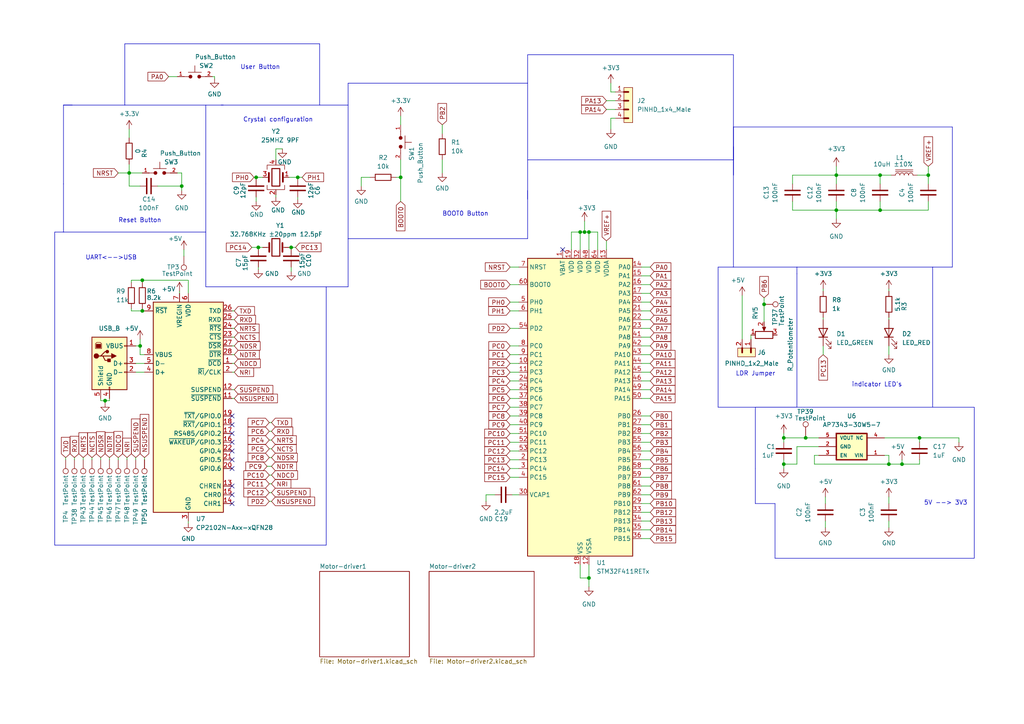
<source format=kicad_sch>
(kicad_sch (version 20230121) (generator eeschema)
  (paper "A4")
  (title_block (title "Doodle Drive") (rev "1.0"))
  (junction (at 242.57 60.96))
  (junction (at 227.33 127))
  (junction (at 168.275 67.31))
  (junction (at 74.295 51.435))
  (junction (at 242.57 50.8))
  (junction (at 255.27 50.8))
  (junction (at 227.33 134.62))
  (junction (at 40.64 100.33))
  (junction (at 233.68 127))
  (junction (at 41.275 81.28))
  (junction (at 41.275 90.17))
  (junction (at 269.24 50.8))
  (junction (at 52.705 53.975))
  (junction (at 170.815 167.64))
  (junction (at 86.36 51.435))
  (junction (at 116.205 51.435))
  (junction (at 30.48 116.205))
  (junction (at 257.81 134.62))
  (junction (at 74.93 71.755))
  (junction (at 170.815 67.31))
  (junction (at 221.615 88.265))
  (junction (at 255.27 60.96))
  (junction (at 84.455 71.755))
  (junction (at 37.465 50.165))
  (junction (at 266.7 127))
  (junction (at 169.545 67.31))
  (junction (at 261.62 134.62))
  (no_connect (at 67.31 135.89))
  (no_connect (at 67.31 125.73))
  (no_connect (at 67.31 146.05))
  (no_connect (at 67.31 123.19))
  (no_connect (at 67.31 130.81))
  (no_connect (at 67.31 140.97))
  (no_connect (at 67.31 133.35))
  (no_connect (at 67.31 143.51))
  (no_connect (at 67.31 128.27))
  (no_connect (at 67.31 120.65))
  (no_connect (at 163.195 72.39))
  (wire (pts (xy 147.955 113.03) (xy 150.495 113.03)))
  (wire (pts (xy 147.955 110.49) (xy 150.495 110.49)))
  (wire (pts (xy 186.055 115.57) (xy 188.595 115.57)))
  (wire (pts (xy 217.805 98.425) (xy 217.805 97.155)))
  (wire (pts (xy 186.055 102.87) (xy 188.595 102.87)))
  (wire (pts (xy 257.81 134.62) (xy 261.62 134.62)))
  (wire (pts (xy 186.055 97.79) (xy 188.595 97.79)))
  (polyline (pts (xy 94.615 83.185) (xy 94.615 158.115)))
  (wire (pts (xy 221.615 88.265) (xy 221.615 93.345)))
  (wire (pts (xy 242.57 63.5) (xy 242.57 60.96)))
  (wire (pts (xy 186.055 87.63) (xy 188.595 87.63)))
  (wire (pts (xy 147.955 120.65) (xy 150.495 120.65)))
  (wire (pts (xy 239.395 151.13) (xy 239.395 153.035)))
  (wire (pts (xy 67.945 102.87) (xy 67.31 102.87)))
  (wire (pts (xy 257.81 151.13) (xy 257.81 153.035)))
  (wire (pts (xy 78.105 125.095) (xy 78.74 125.095)))
  (wire (pts (xy 238.76 83.82) (xy 238.76 84.455)))
  (wire (pts (xy 37.465 50.165) (xy 41.275 50.165)))
  (wire (pts (xy 177.165 26.67) (xy 177.165 24.13)))
  (wire (pts (xy 41.275 81.28) (xy 54.61 81.28)))
  (wire (pts (xy 233.68 127) (xy 237.49 127)))
  (wire (pts (xy 256.54 132.08) (xy 257.81 132.08)))
  (wire (pts (xy 231.14 134.62) (xy 231.14 129.54)))
  (polyline (pts (xy 36.195 12.7) (xy 92.71 12.7)))
  (wire (pts (xy 74.93 72.39) (xy 74.93 71.755)))
  (wire (pts (xy 186.055 95.25) (xy 188.595 95.25)))
  (wire (pts (xy 186.055 113.03) (xy 188.595 113.03)))
  (wire (pts (xy 52.705 53.975) (xy 52.705 55.245)))
  (polyline (pts (xy 224.79 146.05) (xy 224.79 161.925)))
  (polyline (pts (xy 59.69 67.31) (xy 59.69 83.185)))
  (wire (pts (xy 78.105 132.715) (xy 78.74 132.715)))
  (polyline (pts (xy 100.965 83.185) (xy 100.965 69.215)))
  (wire (pts (xy 227.33 128.27) (xy 227.33 127)))
  (wire (pts (xy 186.055 107.95) (xy 188.595 107.95)))
  (wire (pts (xy 52.07 84.455) (xy 52.07 85.09)))
  (wire (pts (xy 67.945 90.17) (xy 67.31 90.17)))
  (wire (pts (xy 84.455 77.47) (xy 84.455 78.74)))
  (wire (pts (xy 173.355 67.31) (xy 173.355 72.39)))
  (wire (pts (xy 62.23 22.225) (xy 61.595 22.225)))
  (wire (pts (xy 77.47 135.255) (xy 78.74 135.255)))
  (wire (pts (xy 147.955 133.35) (xy 150.495 133.35)))
  (polyline (pts (xy 231.14 79.375) (xy 231.14 77.47)))
  (wire (pts (xy 36.83 133.35) (xy 36.83 132.715)))
  (wire (pts (xy 29.21 116.205) (xy 30.48 116.205)))
  (wire (pts (xy 114.935 51.435) (xy 116.205 51.435)))
  (wire (pts (xy 78.105 130.175) (xy 78.74 130.175)))
  (wire (pts (xy 37.465 40.005) (xy 37.465 37.465)))
  (polyline (pts (xy 219.075 135.89) (xy 219.075 146.05)))
  (wire (pts (xy 227.33 127) (xy 233.68 127)))
  (wire (pts (xy 255.27 50.8) (xy 258.445 50.8)))
  (wire (pts (xy 39.37 100.33) (xy 40.64 100.33)))
  (wire (pts (xy 236.22 134.62) (xy 257.81 134.62)))
  (wire (pts (xy 78.105 145.415) (xy 78.74 145.415)))
  (wire (pts (xy 31.75 116.205) (xy 31.75 115.57)))
  (wire (pts (xy 188.595 120.65) (xy 186.055 120.65)))
  (wire (pts (xy 170.815 167.64) (xy 170.815 170.18)))
  (wire (pts (xy 188.595 148.59) (xy 186.055 148.59)))
  (wire (pts (xy 51.435 50.165) (xy 52.705 50.165)))
  (wire (pts (xy 278.13 127) (xy 266.7 127)))
  (wire (pts (xy 188.595 133.35) (xy 186.055 133.35)))
  (polyline (pts (xy 212.725 46.355) (xy 212.725 42.545)))
  (wire (pts (xy 147.955 82.55) (xy 150.495 82.55)))
  (polyline (pts (xy 18.415 53.34) (xy 18.415 67.31)))
  (wire (pts (xy 147.955 118.11) (xy 150.495 118.11)))
  (polyline (pts (xy 59.69 53.34) (xy 59.69 30.48)))
  (wire (pts (xy 186.055 105.41) (xy 188.595 105.41)))
  (wire (pts (xy 67.945 105.41) (xy 67.31 105.41)))
  (polyline (pts (xy 219.075 146.05) (xy 224.79 146.05)))
  (wire (pts (xy 147.955 87.63) (xy 150.495 87.63)))
  (wire (pts (xy 86.36 57.15) (xy 86.36 57.785)))
  (polyline (pts (xy 18.415 53.34) (xy 18.415 30.48)))
  (polyline (pts (xy 18.415 30.48) (xy 20.955 30.48)))
  (polyline (pts (xy 231.14 118.11) (xy 208.28 118.11)))
  (wire (pts (xy 229.87 50.8) (xy 229.87 53.34)))
  (wire (pts (xy 242.57 58.42) (xy 242.57 60.96)))
  (wire (pts (xy 86.36 52.07) (xy 86.36 51.435)))
  (wire (pts (xy 41.91 133.35) (xy 41.91 132.715)))
  (wire (pts (xy 40.64 98.425) (xy 40.64 100.33)))
  (polyline (pts (xy 212.725 77.47) (xy 212.725 36.83)))
  (wire (pts (xy 168.275 167.64) (xy 170.815 167.64)))
  (wire (pts (xy 54.61 151.765) (xy 54.61 151.13)))
  (wire (pts (xy 147.955 130.81) (xy 150.495 130.81)))
  (wire (pts (xy 186.055 110.49) (xy 188.595 110.49)))
  (wire (pts (xy 31.75 133.35) (xy 31.75 132.715)))
  (wire (pts (xy 38.1 81.28) (xy 41.275 81.28)))
  (wire (pts (xy 178.435 34.29) (xy 177.165 34.29)))
  (wire (pts (xy 188.595 156.21) (xy 186.055 156.21)))
  (wire (pts (xy 186.055 82.55) (xy 188.595 82.55)))
  (polyline (pts (xy 36.195 30.48) (xy 18.415 30.48)))
  (wire (pts (xy 227.33 134.62) (xy 227.33 135.89)))
  (wire (pts (xy 147.955 100.33) (xy 150.495 100.33)))
  (wire (pts (xy 257.81 83.82) (xy 257.81 84.455)))
  (wire (pts (xy 78.105 122.555) (xy 78.74 122.555)))
  (wire (pts (xy 140.97 143.51) (xy 140.97 145.415)))
  (wire (pts (xy 84.455 71.755) (xy 83.82 71.755)))
  (wire (pts (xy 116.205 46.355) (xy 116.205 51.435)))
  (polyline (pts (xy 276.225 77.47) (xy 270.51 77.47)))
  (polyline (pts (xy 153.035 24.13) (xy 153.035 15.875)))
  (wire (pts (xy 177.165 34.29) (xy 177.165 37.465)))
  (wire (pts (xy 26.67 133.35) (xy 26.67 132.715)))
  (wire (pts (xy 188.595 130.81) (xy 186.055 130.81)))
  (wire (pts (xy 147.955 115.57) (xy 150.495 115.57)))
  (wire (pts (xy 266.065 50.8) (xy 269.24 50.8)))
  (wire (pts (xy 175.895 69.85) (xy 175.895 72.39)))
  (wire (pts (xy 52.705 53.975) (xy 52.705 50.165)))
  (wire (pts (xy 39.37 133.35) (xy 39.37 132.715)))
  (wire (pts (xy 257.81 92.075) (xy 257.81 92.71)))
  (polyline (pts (xy 153.035 46.355) (xy 212.725 46.355)))
  (wire (pts (xy 76.2 71.755) (xy 74.93 71.755)))
  (wire (pts (xy 78.105 137.795) (xy 78.74 137.795)))
  (wire (pts (xy 38.1 81.915) (xy 38.1 81.28)))
  (wire (pts (xy 215.265 98.425) (xy 215.265 85.725)))
  (polyline (pts (xy 15.875 67.31) (xy 18.415 67.31)))
  (polyline (pts (xy 219.075 118.11) (xy 282.575 118.11)))
  (wire (pts (xy 147.955 138.43) (xy 150.495 138.43)))
  (wire (pts (xy 269.24 60.96) (xy 269.24 58.42)))
  (wire (pts (xy 227.33 133.35) (xy 227.33 134.62)))
  (wire (pts (xy 261.62 133.35) (xy 261.62 134.62)))
  (wire (pts (xy 41.275 81.915) (xy 41.275 81.28)))
  (wire (pts (xy 165.735 67.31) (xy 168.275 67.31)))
  (wire (pts (xy 37.465 50.165) (xy 37.465 53.975)))
  (wire (pts (xy 74.295 51.435) (xy 76.2 51.435)))
  (wire (pts (xy 128.27 36.195) (xy 128.27 38.735)))
  (polyline (pts (xy 92.71 12.7) (xy 92.71 30.48)))
  (polyline (pts (xy 153.035 15.875) (xy 212.725 15.875)))
  (wire (pts (xy 147.955 128.27) (xy 150.495 128.27)))
  (polyline (pts (xy 94.615 158.115) (xy 15.875 158.115)))
  (wire (pts (xy 169.545 67.31) (xy 170.815 67.31)))
  (wire (pts (xy 74.295 51.435) (xy 74.295 52.07)))
  (wire (pts (xy 29.21 116.205) (xy 29.21 115.57)))
  (wire (pts (xy 34.29 133.35) (xy 34.29 132.715)))
  (wire (pts (xy 116.205 51.435) (xy 116.205 58.42)))
  (polyline (pts (xy 212.725 15.875) (xy 212.725 50.8)))
  (polyline (pts (xy 100.965 69.215) (xy 153.035 69.215)))
  (wire (pts (xy 87.63 51.435) (xy 86.36 51.435)))
  (wire (pts (xy 147.955 105.41) (xy 150.495 105.41)))
  (wire (pts (xy 229.87 58.42) (xy 229.87 60.96)))
  (polyline (pts (xy 276.225 36.83) (xy 276.225 77.47)))
  (wire (pts (xy 38.1 89.535) (xy 38.1 90.17)))
  (wire (pts (xy 188.595 128.27) (xy 186.055 128.27)))
  (wire (pts (xy 80.01 43.18) (xy 81.915 43.18)))
  (wire (pts (xy 237.49 132.08) (xy 236.22 132.08)))
  (polyline (pts (xy 212.725 36.83) (xy 276.225 36.83)))
  (wire (pts (xy 78.105 127.635) (xy 78.74 127.635)))
  (wire (pts (xy 169.545 64.135) (xy 169.545 67.31)))
  (wire (pts (xy 39.37 105.41) (xy 41.91 105.41)))
  (wire (pts (xy 227.33 125.73) (xy 227.33 127)))
  (wire (pts (xy 188.595 138.43) (xy 186.055 138.43)))
  (wire (pts (xy 255.27 58.42) (xy 255.27 60.96)))
  (wire (pts (xy 238.76 100.33) (xy 238.76 102.87)))
  (polyline (pts (xy 231.14 77.47) (xy 270.51 77.47)))
  (wire (pts (xy 229.87 60.96) (xy 242.57 60.96)))
  (wire (pts (xy 233.68 126.365) (xy 233.68 127)))
  (polyline (pts (xy 153.035 69.215) (xy 153.035 55.245)))
  (polyline (pts (xy 59.69 83.185) (xy 100.965 83.185)))
  (wire (pts (xy 261.62 134.62) (xy 266.7 134.62)))
  (wire (pts (xy 40.64 102.87) (xy 40.64 100.33)))
  (wire (pts (xy 147.955 77.47) (xy 150.495 77.47)))
  (wire (pts (xy 266.7 127) (xy 266.7 128.27)))
  (polyline (pts (xy 282.575 118.11) (xy 282.575 161.925)))
  (wire (pts (xy 78.105 140.335) (xy 78.74 140.335)))
  (wire (pts (xy 178.435 26.67) (xy 177.165 26.67)))
  (polyline (pts (xy 231.14 79.375) (xy 231.14 118.11)))
  (polyline (pts (xy 208.28 118.11) (xy 208.28 77.47)))
  (polyline (pts (xy 15.875 158.115) (xy 15.875 67.31)))
  (wire (pts (xy 147.955 102.87) (xy 150.495 102.87)))
  (wire (pts (xy 62.23 22.86) (xy 62.23 22.225)))
  (wire (pts (xy 186.055 100.33) (xy 188.595 100.33)))
  (wire (pts (xy 67.945 97.79) (xy 67.31 97.79)))
  (wire (pts (xy 67.945 95.25) (xy 67.31 95.25)))
  (polyline (pts (xy 59.69 67.31) (xy 59.69 53.34)))
  (wire (pts (xy 175.895 29.21) (xy 178.435 29.21)))
  (wire (pts (xy 41.91 102.87) (xy 40.64 102.87)))
  (wire (pts (xy 74.93 71.755) (xy 73.025 71.755)))
  (wire (pts (xy 188.595 123.19) (xy 186.055 123.19)))
  (wire (pts (xy 147.955 125.73) (xy 150.495 125.73)))
  (wire (pts (xy 269.24 50.8) (xy 269.24 53.34)))
  (wire (pts (xy 37.465 53.975) (xy 40.64 53.975)))
  (wire (pts (xy 147.955 107.95) (xy 150.495 107.95)))
  (wire (pts (xy 188.595 146.05) (xy 186.055 146.05)))
  (wire (pts (xy 31.75 116.205) (xy 30.48 116.205)))
  (wire (pts (xy 170.815 67.31) (xy 173.355 67.31)))
  (wire (pts (xy 278.13 128.27) (xy 278.13 127)))
  (wire (pts (xy 128.27 50.165) (xy 128.27 46.355)))
  (wire (pts (xy 170.815 67.31) (xy 170.815 72.39)))
  (wire (pts (xy 242.57 50.8) (xy 255.27 50.8)))
  (wire (pts (xy 186.055 77.47) (xy 188.595 77.47)))
  (wire (pts (xy 24.13 133.35) (xy 24.13 132.715)))
  (wire (pts (xy 29.21 133.35) (xy 29.21 132.715)))
  (wire (pts (xy 78.105 142.875) (xy 78.74 142.875)))
  (wire (pts (xy 107.315 51.435) (xy 104.775 51.435)))
  (polyline (pts (xy 100.965 30.48) (xy 36.195 30.48)))
  (wire (pts (xy 188.595 153.67) (xy 186.055 153.67)))
  (wire (pts (xy 242.57 48.26) (xy 242.57 50.8)))
  (polyline (pts (xy 224.79 161.925) (xy 282.575 161.925)))
  (wire (pts (xy 257.81 100.33) (xy 257.81 102.87)))
  (wire (pts (xy 257.81 134.62) (xy 257.81 132.08)))
  (wire (pts (xy 256.54 127) (xy 266.7 127)))
  (wire (pts (xy 53.34 74.295) (xy 53.34 72.39)))
  (polyline (pts (xy 153.035 24.13) (xy 100.965 24.13)))
  (wire (pts (xy 165.735 67.31) (xy 165.735 72.39)))
  (wire (pts (xy 41.275 90.17) (xy 41.275 89.535)))
  (wire (pts (xy 170.815 163.83) (xy 170.815 167.64)))
  (wire (pts (xy 148.59 143.51) (xy 150.495 143.51)))
  (wire (pts (xy 67.945 92.71) (xy 67.31 92.71)))
  (wire (pts (xy 266.7 134.62) (xy 266.7 133.35)))
  (polyline (pts (xy 153.035 24.13) (xy 153.035 57.785)))
  (wire (pts (xy 37.465 47.625) (xy 37.465 50.165)))
  (wire (pts (xy 168.275 67.31) (xy 169.545 67.31)))
  (wire (pts (xy 84.455 71.755) (xy 85.725 71.755)))
  (wire (pts (xy 143.51 143.51) (xy 140.97 143.51)))
  (wire (pts (xy 80.01 56.515) (xy 80.01 57.15)))
  (wire (pts (xy 67.945 100.33) (xy 67.31 100.33)))
  (wire (pts (xy 269.24 48.26) (xy 269.24 50.8)))
  (wire (pts (xy 229.87 50.8) (xy 242.57 50.8)))
  (wire (pts (xy 239.395 144.145) (xy 239.395 146.05)))
  (wire (pts (xy 255.27 50.8) (xy 255.27 53.34)))
  (polyline (pts (xy 219.075 135.89) (xy 219.075 118.11)))
  (wire (pts (xy 242.57 50.8) (xy 242.57 53.34)))
  (wire (pts (xy 186.055 92.71) (xy 188.595 92.71)))
  (polyline (pts (xy 231.14 77.47) (xy 212.725 77.47)))
  (polyline (pts (xy 36.195 30.48) (xy 36.195 12.7)))
  (wire (pts (xy 116.205 36.195) (xy 116.205 33.655)))
  (wire (pts (xy 104.775 51.435) (xy 104.775 53.975)))
  (wire (pts (xy 30.48 116.84) (xy 30.48 116.205)))
  (wire (pts (xy 67.945 107.95) (xy 67.31 107.95)))
  (wire (pts (xy 147.955 90.17) (xy 150.495 90.17)))
  (wire (pts (xy 188.595 140.97) (xy 186.055 140.97)))
  (wire (pts (xy 168.275 163.83) (xy 168.275 167.64)))
  (wire (pts (xy 21.59 133.35) (xy 21.59 132.715)))
  (wire (pts (xy 54.61 81.28) (xy 54.61 85.09)))
  (wire (pts (xy 257.81 144.145) (xy 257.81 146.05)))
  (wire (pts (xy 73.66 51.435) (xy 74.295 51.435)))
  (wire (pts (xy 34.29 50.165) (xy 37.465 50.165)))
  (wire (pts (xy 188.595 143.51) (xy 186.055 143.51)))
  (wire (pts (xy 80.01 46.355) (xy 80.01 43.18)))
  (wire (pts (xy 236.22 132.08) (xy 236.22 134.62)))
  (wire (pts (xy 188.595 125.73) (xy 186.055 125.73)))
  (wire (pts (xy 147.955 123.19) (xy 150.495 123.19)))
  (wire (pts (xy 238.76 92.075) (xy 238.76 92.71)))
  (polyline (pts (xy 64.135 30.48) (xy 64.77 30.48)))
  (wire (pts (xy 41.275 90.17) (xy 41.91 90.17)))
  (wire (pts (xy 242.57 60.96) (xy 255.27 60.96)))
  (wire (pts (xy 186.055 90.17) (xy 188.595 90.17)))
  (wire (pts (xy 74.93 77.47) (xy 74.93 78.105)))
  (wire (pts (xy 147.955 135.89) (xy 150.495 135.89)))
  (wire (pts (xy 175.895 31.75) (xy 178.435 31.75)))
  (wire (pts (xy 51.435 22.225) (xy 48.895 22.225)))
  (wire (pts (xy 188.595 151.13) (xy 186.055 151.13)))
  (wire (pts (xy 231.14 129.54) (xy 237.49 129.54)))
  (wire (pts (xy 74.295 57.15) (xy 74.295 58.42)))
  (wire (pts (xy 19.05 133.35) (xy 19.05 132.715)))
  (wire (pts (xy 86.36 51.435) (xy 83.82 51.435)))
  (wire (pts (xy 39.37 107.95) (xy 41.91 107.95)))
  (wire (pts (xy 38.1 90.17) (xy 41.275 90.17)))
  (wire (pts (xy 67.945 113.03) (xy 67.31 113.03)))
  (polyline (pts (xy 18.415 67.31) (xy 59.69 67.31)))
  (polyline (pts (xy 270.51 77.47) (xy 270.51 118.11)))
  (wire (pts (xy 255.27 60.96) (xy 269.24 60.96)))
  (polyline (pts (xy 208.28 77.47) (xy 212.725 77.47)))
  (wire (pts (xy 168.275 67.31) (xy 168.275 72.39)))
  (wire (pts (xy 221.615 88.265) (xy 221.615 86.36)))
  (wire (pts (xy 188.595 135.89) (xy 186.055 135.89)))
  (wire (pts (xy 227.33 134.62) (xy 231.14 134.62)))
  (wire (pts (xy 147.955 95.25) (xy 150.495 95.25)))
  (wire (pts (xy 45.72 53.975) (xy 52.705 53.975)))
  (wire (pts (xy 67.945 115.57) (xy 67.31 115.57)))
  (wire (pts (xy 186.055 85.09) (xy 188.595 85.09)))
  (wire (pts (xy 84.455 72.39) (xy 84.455 71.755)))
  (polyline (pts (xy 100.965 24.13) (xy 100.965 69.215)))
  (wire (pts (xy 186.055 80.01) (xy 188.595 80.01)))
  (text "Crystal configuration" (at 70.485 35.56 0) (effects (font (size 1.27 1.27)) (justify left bottom)))
  (text "BOOT0 Button" (at 128.27 62.865 0) (effects (font (size 1.27 1.27)) (justify left bottom)))
  (text "Reset Button" (at 34.29 64.77 0) (effects (font (size 1.27 1.27)) (justify left bottom)))
  (text "UART<-->USB" (at 24.765 75.565 0) (effects (font (size 1.27 1.27)) (justify left bottom)))
  (text "indicator LED's" (at 247.015 112.395 0) (effects (font (size 1.27 1.27)) (justify left bottom)))
  (text "LDR Jumper" (at 213.36 109.22 0) (effects (font (size 1.27 1.27)) (justify left bottom)))
  (text "User Button" (at 81.28 20.32 0) (effects (font (size 1.27 1.27)) (justify right bottom)))
  (text "5V --> 3V3" (at 267.97 146.685 0) (effects (font (size 1.27 1.27)) (justify left bottom)))
  (global_label "RXD" (shape input) (at 78.74 125.095 0) (property "Intersheetrefs" "${INTERSHEET_REFS}" (effects hide)))
  (global_label "PA15" (shape input) (at 188.595 115.57 0) (property "Intersheetrefs" "${INTERSHEET_REFS}" (effects hide)))
  (global_label "NRST" (shape input) (at 34.29 50.165 180) (property "Intersheetrefs" "${INTERSHEET_REFS}" (effects hide)))
  (global_label "PA14" (shape input) (at 175.895 31.75 180) (property "Intersheetrefs" "${INTERSHEET_REFS}" (effects hide)))
  (global_label "PB13" (shape input) (at 188.595 151.13 0) (property "Intersheetrefs" "${INTERSHEET_REFS}" (effects hide)))
  (global_label "PA6" (shape input) (at 188.595 92.71 0) (property "Intersheetrefs" "${INTERSHEET_REFS}" (effects hide)))
  (global_label "NRI" (shape input) (at 67.945 107.95 0) (property "Intersheetrefs" "${INTERSHEET_REFS}" (effects hide)))
  (global_label "PA4" (shape input) (at 188.595 87.63 0) (property "Intersheetrefs" "${INTERSHEET_REFS}" (effects hide)))
  (global_label "NDSR" (shape input) (at 78.74 132.715 0) (property "Intersheetrefs" "${INTERSHEET_REFS}" (effects hide)))
  (global_label "PC13" (shape input) (at 85.725 71.755 0) (property "Intersheetrefs" "${INTERSHEET_REFS}" (effects hide)))
  (global_label "PH1" (shape input) (at 87.63 51.435 0) (property "Intersheetrefs" "${INTERSHEET_REFS}" (effects hide)))
  (global_label "PC11" (shape input) (at 78.105 140.335 180) (property "Intersheetrefs" "${INTERSHEET_REFS}" (effects hide)))
  (global_label "PA2" (shape input) (at 188.595 82.55 0) (property "Intersheetrefs" "${INTERSHEET_REFS}" (effects hide)))
  (global_label "PC12" (shape input) (at 147.955 130.81 180) (property "Intersheetrefs" "${INTERSHEET_REFS}" (effects hide)))
  (global_label "VREF+" (shape input) (at 269.24 48.26 90) (property "Intersheetrefs" "${INTERSHEET_REFS}" (effects hide)))
  (global_label "NSUSPEND" (shape input) (at 78.74 145.415 0) (property "Intersheetrefs" "${INTERSHEET_REFS}" (effects hide)))
  (global_label "NDTR" (shape input) (at 31.75 132.715 90) (property "Intersheetrefs" "${INTERSHEET_REFS}" (effects hide)))
  (global_label "RXD" (shape input) (at 67.945 92.71 0) (property "Intersheetrefs" "${INTERSHEET_REFS}" (effects hide)))
  (global_label "PC9" (shape input) (at 147.955 123.19 180) (property "Intersheetrefs" "${INTERSHEET_REFS}" (effects hide)))
  (global_label "PD2" (shape input) (at 147.955 95.25 180) (property "Intersheetrefs" "${INTERSHEET_REFS}" (effects hide)))
  (global_label "PC4" (shape input) (at 78.105 127.635 180) (property "Intersheetrefs" "${INTERSHEET_REFS}" (effects hide)))
  (global_label "PB3" (shape input) (at 188.595 128.27 0) (property "Intersheetrefs" "${INTERSHEET_REFS}" (effects hide)))
  (global_label "PC3" (shape input) (at 147.955 107.95 180) (property "Intersheetrefs" "${INTERSHEET_REFS}" (effects hide)))
  (global_label "PC8" (shape input) (at 147.955 120.65 180) (property "Intersheetrefs" "${INTERSHEET_REFS}" (effects hide)))
  (global_label "PB1" (shape input) (at 188.595 123.19 0) (property "Intersheetrefs" "${INTERSHEET_REFS}" (effects hide)))
  (global_label "PH0" (shape input) (at 73.66 51.435 180) (property "Intersheetrefs" "${INTERSHEET_REFS}" (effects hide)))
  (global_label "PC2" (shape input) (at 147.955 105.41 180) (property "Intersheetrefs" "${INTERSHEET_REFS}" (effects hide)))
  (global_label "TXD" (shape input) (at 19.05 132.715 90) (property "Intersheetrefs" "${INTERSHEET_REFS}" (effects hide)))
  (global_label "PC10" (shape input) (at 78.105 137.795 180) (property "Intersheetrefs" "${INTERSHEET_REFS}" (effects hide)))
  (global_label "RXD" (shape input) (at 21.59 132.715 90) (property "Intersheetrefs" "${INTERSHEET_REFS}" (effects hide)))
  (global_label "PC14" (shape input) (at 147.955 135.89 180) (property "Intersheetrefs" "${INTERSHEET_REFS}" (effects hide)))
  (global_label "PB12" (shape input) (at 188.595 148.59 0) (property "Intersheetrefs" "${INTERSHEET_REFS}" (effects hide)))
  (global_label "PA14" (shape input) (at 188.595 113.03 0) (property "Intersheetrefs" "${INTERSHEET_REFS}" (effects hide)))
  (global_label "NRI" (shape input) (at 36.83 132.715 90) (property "Intersheetrefs" "${INTERSHEET_REFS}" (effects hide)))
  (global_label "PA7" (shape input) (at 188.595 95.25 0) (property "Intersheetrefs" "${INTERSHEET_REFS}" (effects hide)))
  (global_label "PC4" (shape input) (at 147.955 110.49 180) (property "Intersheetrefs" "${INTERSHEET_REFS}" (effects hide)))
  (global_label "BOOT0" (shape input) (at 116.205 58.42 270) (property "Intersheetrefs" "${INTERSHEET_REFS}" (effects hide)))
  (global_label "NDTR" (shape input) (at 78.74 135.255 0) (property "Intersheetrefs" "${INTERSHEET_REFS}" (effects hide)))
  (global_label "PA0" (shape input) (at 188.595 77.47 0) (property "Intersheetrefs" "${INTERSHEET_REFS}" (effects hide)))
  (global_label "PC7" (shape input) (at 147.955 118.11 180) (property "Intersheetrefs" "${INTERSHEET_REFS}" (effects hide)))
  (global_label "NRTS" (shape input) (at 24.13 132.715 90) (property "Intersheetrefs" "${INTERSHEET_REFS}" (effects hide)))
  (global_label "PB8" (shape input) (at 188.595 140.97 0) (property "Intersheetrefs" "${INTERSHEET_REFS}" (effects hide)))
  (global_label "PC13" (shape input) (at 147.955 133.35 180) (property "Intersheetrefs" "${INTERSHEET_REFS}" (effects hide)))
  (global_label "PB2" (shape input) (at 188.595 125.73 0) (property "Intersheetrefs" "${INTERSHEET_REFS}" (effects hide)))
  (global_label "SUSPEND" (shape input) (at 78.74 142.875 0) (property "Intersheetrefs" "${INTERSHEET_REFS}" (effects hide)))
  (global_label "NCTS" (shape input) (at 78.74 130.175 0) (property "Intersheetrefs" "${INTERSHEET_REFS}" (effects hide)))
  (global_label "PB5" (shape input) (at 188.595 133.35 0) (property "Intersheetrefs" "${INTERSHEET_REFS}" (effects hide)))
  (global_label "NRI" (shape input) (at 78.74 140.335 0) (property "Intersheetrefs" "${INTERSHEET_REFS}" (effects hide)))
  (global_label "NDSR" (shape input) (at 29.21 132.715 90) (property "Intersheetrefs" "${INTERSHEET_REFS}" (effects hide)))
  (global_label "SUSPEND" (shape input) (at 39.37 132.715 90) (property "Intersheetrefs" "${INTERSHEET_REFS}" (effects hide)))
  (global_label "NDTR" (shape input) (at 67.945 102.87 0) (property "Intersheetrefs" "${INTERSHEET_REFS}" (effects hide)))
  (global_label "PH0" (shape input) (at 147.955 87.63 180) (property "Intersheetrefs" "${INTERSHEET_REFS}" (effects hide)))
  (global_label "NDSR" (shape input) (at 67.945 100.33 0) (property "Intersheetrefs" "${INTERSHEET_REFS}" (effects hide)))
  (global_label "PC11" (shape input) (at 147.955 128.27 180) (property "Intersheetrefs" "${INTERSHEET_REFS}" (effects hide)))
  (global_label "PB6" (shape input) (at 188.595 135.89 0) (property "Intersheetrefs" "${INTERSHEET_REFS}" (effects hide)))
  (global_label "NRTS" (shape input) (at 78.74 127.635 0) (property "Intersheetrefs" "${INTERSHEET_REFS}" (effects hide)))
  (global_label "PB7" (shape input) (at 188.595 138.43 0) (property "Intersheetrefs" "${INTERSHEET_REFS}" (effects hide)))
  (global_label "VREF+" (shape input) (at 175.895 69.85 90) (property "Intersheetrefs" "${INTERSHEET_REFS}" (effects hide)))
  (global_label "NDCD" (shape input) (at 78.74 137.795 0) (property "Intersheetrefs" "${INTERSHEET_REFS}" (effects hide)))
  (global_label "PA13" (shape input) (at 175.895 29.21 180) (property "Intersheetrefs" "${INTERSHEET_REFS}" (effects hide)))
  (global_label "PA1" (shape input) (at 188.595 80.01 0) (property "Intersheetrefs" "${INTERSHEET_REFS}" (effects hide)))
  (global_label "PB0" (shape input) (at 188.595 120.65 0) (property "Intersheetrefs" "${INTERSHEET_REFS}" (effects hide)))
  (global_label "PA8" (shape input) (at 188.595 97.79 0) (property "Intersheetrefs" "${INTERSHEET_REFS}" (effects hide)))
  (global_label "NSUSPEND" (shape input) (at 67.945 115.57 0) (property "Intersheetrefs" "${INTERSHEET_REFS}" (effects hide)))
  (global_label "PC10" (shape input) (at 147.955 125.73 180) (property "Intersheetrefs" "${INTERSHEET_REFS}" (effects hide)))
  (global_label "PD2" (shape input) (at 78.105 145.415 180) (property "Intersheetrefs" "${INTERSHEET_REFS}" (effects hide)))
  (global_label "PA5" (shape input) (at 188.595 90.17 0) (property "Intersheetrefs" "${INTERSHEET_REFS}" (effects hide)))
  (global_label "PC0" (shape input) (at 147.955 100.33 180) (property "Intersheetrefs" "${INTERSHEET_REFS}" (effects hide)))
  (global_label "PB9" (shape input) (at 188.595 143.51 0) (property "Intersheetrefs" "${INTERSHEET_REFS}" (effects hide)))
  (global_label "PC9" (shape input) (at 77.47 135.255 180) (property "Intersheetrefs" "${INTERSHEET_REFS}" (effects hide)))
  (global_label "PC6" (shape input) (at 147.955 115.57 180) (property "Intersheetrefs" "${INTERSHEET_REFS}" (effects hide)))
  (global_label "PB6" (shape input) (at 221.615 86.36 90) (property "Intersheetrefs" "${INTERSHEET_REFS}" (effects hide)))
  (global_label "PC5" (shape input) (at 147.955 113.03 180) (property "Intersheetrefs" "${INTERSHEET_REFS}" (effects hide)))
  (global_label "PA9" (shape input) (at 188.595 100.33 0) (property "Intersheetrefs" "${INTERSHEET_REFS}" (effects hide)))
  (global_label "PC8" (shape input) (at 78.105 132.715 180) (property "Intersheetrefs" "${INTERSHEET_REFS}" (effects hide)))
  (global_label "PC7" (shape input) (at 78.105 122.555 180) (property "Intersheetrefs" "${INTERSHEET_REFS}" (effects hide)))
  (global_label "PB14" (shape input) (at 188.595 153.67 0) (property "Intersheetrefs" "${INTERSHEET_REFS}" (effects hide)))
  (global_label "PB2" (shape input) (at 128.27 36.195 90) (property "Intersheetrefs" "${INTERSHEET_REFS}" (effects hide)))
  (global_label "TXD" (shape input) (at 78.74 122.555 0) (property "Intersheetrefs" "${INTERSHEET_REFS}" (effects hide)))
  (global_label "NRTS" (shape input) (at 67.945 95.25 0) (property "Intersheetrefs" "${INTERSHEET_REFS}" (effects hide)))
  (global_label "NDCD" (shape input) (at 67.945 105.41 0) (property "Intersheetrefs" "${INTERSHEET_REFS}" (effects hide)))
  (global_label "PB10" (shape input) (at 188.595 146.05 0) (property "Intersheetrefs" "${INTERSHEET_REFS}" (effects hide)))
  (global_label "PC6" (shape input) (at 78.105 125.095 180) (property "Intersheetrefs" "${INTERSHEET_REFS}" (effects hide)))
  (global_label "BOOT0" (shape input) (at 147.955 82.55 180) (property "Intersheetrefs" "${INTERSHEET_REFS}" (effects hide)))
  (global_label "PA0" (shape input) (at 48.895 22.225 180) (property "Intersheetrefs" "${INTERSHEET_REFS}" (effects hide)))
  (global_label "PC12" (shape input) (at 78.105 142.875 180) (property "Intersheetrefs" "${INTERSHEET_REFS}" (effects hide)))
  (global_label "PC15" (shape input) (at 147.955 138.43 180) (property "Intersheetrefs" "${INTERSHEET_REFS}" (effects hide)))
  (global_label "PC5" (shape input) (at 78.105 130.175 180) (property "Intersheetrefs" "${INTERSHEET_REFS}" (effects hide)))
  (global_label "PB15" (shape input) (at 188.595 156.21 0) (property "Intersheetrefs" "${INTERSHEET_REFS}" (effects hide)))
  (global_label "NCTS" (shape input) (at 26.67 132.715 90) (property "Intersheetrefs" "${INTERSHEET_REFS}" (effects hide)))
  (global_label "PA3" (shape input) (at 188.595 85.09 0) (property "Intersheetrefs" "${INTERSHEET_REFS}" (effects hide)))
  (global_label "NRST" (shape input) (at 147.955 77.47 180) (property "Intersheetrefs" "${INTERSHEET_REFS}" (effects hide)))
  (global_label "NSUSPEND" (shape input) (at 41.91 132.715 90) (property "Intersheetrefs" "${INTERSHEET_REFS}" (effects hide)))
  (global_label "SUSPEND" (shape input) (at 67.945 113.03 0) (property "Intersheetrefs" "${INTERSHEET_REFS}" (effects hide)))
  (global_label "NCTS" (shape input) (at 67.945 97.79 0) (property "Intersheetrefs" "${INTERSHEET_REFS}" (effects hide)))
  (global_label "PA12" (shape input) (at 188.595 107.95 0) (property "Intersheetrefs" "${INTERSHEET_REFS}" (effects hide)))
  (global_label "PC1" (shape input) (at 147.955 102.87 180) (property "Intersheetrefs" "${INTERSHEET_REFS}" (effects hide)))
  (global_label "PC13" (shape input) (at 238.76 102.87 270) (property "Intersheetrefs" "${INTERSHEET_REFS}" (effects hide)))
  (global_label "PA10" (shape input) (at 188.595 102.87 0) (property "Intersheetrefs" "${INTERSHEET_REFS}" (effects hide)))
  (global_label "PB4" (shape input) (at 188.595 130.81 0) (property "Intersheetrefs" "${INTERSHEET_REFS}" (effects hide)))
  (global_label "PA13" (shape input) (at 188.595 110.49 0) (property "Intersheetrefs" "${INTERSHEET_REFS}" (effects hide)))
  (global_label "TXD" (shape input) (at 67.945 90.17 0) (property "Intersheetrefs" "${INTERSHEET_REFS}" (effects hide)))
  (global_label "PA11" (shape input) (at 188.595 105.41 0) (property "Intersheetrefs" "${INTERSHEET_REFS}" (effects hide)))
  (global_label "PC14" (shape input) (at 73.025 71.755 180) (property "Intersheetrefs" "${INTERSHEET_REFS}" (effects hide)))
  (global_label "NDCD" (shape input) (at 34.29 132.715 90) (property "Intersheetrefs" "${INTERSHEET_REFS}" (effects hide)))
  (global_label "PH1" (shape input) (at 147.955 90.17 180) (property "Intersheetrefs" "${INTERSHEET_REFS}" (effects hide)))
  (symbol (lib_id "PCM_SL_Devices:Capacitor_NP") (at 227.33 130.81 90) (unit 1)
    (property "Reference" "C1" (at 222.25 129.54 90) (effects (justify right)))
    (property "Value" "1uF" (at 220.98 132.08 90) (effects (justify right)))
    (property "Footprint" "Capacitor_SMD:C_0805_2012Metric" (effects hide))
  )
  (symbol (lib_id "power:GND") (at 170.815 170.18 0) (unit 1)
    (property "Reference" "#PWR026" (effects hide))
    (property "Value" "GND" (at 170.815 175.26 0))
  )
  (symbol (lib_id "power:+5V") (at 52.07 84.455 0) (unit 1)
    (property "Reference" "#PWR051" (effects hide))
    (property "Value" "+5V" (at 48.895 83.82 0))
  )
  (symbol (lib_id "Connector:TestPoint") (at 41.91 133.35 180) (unit 1)
    (property "Reference" "TP50" (at 41.91 149.86 90))
    (property "Value" "TestPoint" (at 41.91 142.24 90))
    (property "Footprint" "TestPoint:TestPoint_Pad_D2.5mm" (effects hide))
  )
  (symbol (lib_id "power:GND") (at 74.93 78.105 0) (unit 1)
    (property "Reference" "#PWR027" (effects hide))
    (property "Value" "GND" (at 76.835 79.375 0) (effects (justify left)))
  )
  (symbol (lib_id "power:GND") (at 62.23 22.86 0) (unit 1)
    (property "Reference" "#PWR023" (effects hide))
    (property "Value" "GND" (at 62.23 27.305 0))
  )
  (symbol (lib_id "PCM_SL_Devices:Capacitor_NP") (at 86.36 54.61 90) (unit 1)
    (property "Reference" "C6" (at 92.075 55.245 0))
    (property "Value" "12pF" (at 90.17 55.245 0))
    (property "Footprint" "Capacitor_SMD:C_0805_2012Metric" (effects hide))
  )
  (symbol (lib_id "Connector:TestPoint") (at 36.83 133.35 180) (unit 1)
    (property "Reference" "TP48" (at 36.83 149.225 90))
    (property "Value" "TestPoint" (at 36.83 142.24 90))
    (property "Footprint" "TestPoint:TestPoint_Pad_D2.5mm" (effects hide))
  )
  (symbol (lib_id "power:GND") (at 81.915 43.18 0) (unit 1)
    (property "Reference" "#PWR030" (effects hide))
    (property "Value" "GND" (at 82.55 46.99 0))
  )
  (symbol (lib_id "Connector:TestPoint") (at 53.34 74.295 180) (unit 1)
    (property "Reference" "TP3" (at 52.07 77.47 0) (effects (justify left)))
    (property "Value" "TestPoint" (at 55.88 79.375 0) (effects (justify left)))
    (property "Footprint" "TestPoint:TestPoint_Pad_D2.5mm" (effects hide))
  )
  (symbol (lib_id "PCM_SL_Pin_Headers:PINHD_1x4_Male") (at 182.245 30.48 0) (unit 1)
    (property "Reference" "J2" (at 184.785 29.21 0) (effects (justify left)))
    (property "Value" "PINHD_1x4_Male" (at 184.785 31.75 0) (effects (justify left)))
    (property "Footprint" "Connector_PinHeader_2.54mm:PinHeader_1x04_P2.54mm_Vertical" (effects hide))
  )
  (symbol (lib_id "Connector:TestPoint") (at 21.59 133.35 180) (unit 1)
    (property "Reference" "TP38" (at 21.59 149.86 90))
    (property "Value" "TestPoint" (at 21.59 142.24 90))
    (property "Footprint" "TestPoint:TestPoint_Pad_D2.5mm" (effects hide))
  )
  (symbol (lib_id "power:GND") (at 257.81 102.87 0) (unit 1)
    (property "Reference" "#PWR014" (effects hide))
    (property "Value" "GND" (at 257.81 107.315 0))
  )
  (symbol (lib_id "PCM_SL_Devices:Capacitor_NP") (at 74.93 74.93 90) (unit 1)
    (property "Reference" "C7" (at 69.215 76.2 0))
    (property "Value" "15pF" (at 71.12 76.2 0))
    (property "Footprint" "Capacitor_SMD:C_0805_2012Metric" (effects hide))
  )
  (symbol (lib_id "PCM_SL_Devices:Capacitor_NP") (at 239.395 148.59 90) (unit 1)
    (property "Reference" "C2" (at 231.775 148.59 0))
    (property "Value" "100nF" (at 234.315 148.59 0))
    (property "Footprint" "Capacitor_SMD:C_0805_2012Metric" (effects hide))
  )
  (symbol (lib_id "PCM_SL_Devices:Resistor") (at 257.81 88.265 90) (unit 1)
    (property "Reference" "R3" (at 262.255 88.9 0))
    (property "Value" "5.1k" (at 260.35 88.265 0))
    (property "Footprint" "Resistor_SMD:R_0805_2012Metric" (effects hide))
  )
  (symbol (lib_id "Connector:TestPoint") (at 233.68 126.365 0) (unit 1)
    (property "Reference" "TP39" (at 231.14 119.38 0) (effects (justify left)))
    (property "Value" "TestPoint" (at 230.505 121.285 0) (effects (justify left)))
    (property "Footprint" "TestPoint:TestPoint_Pad_D2.5mm" (effects hide))
  )
  (symbol (lib_id "PCM_SL_Devices:Capacitor_NP") (at 229.87 55.88 90) (unit 1)
    (property "Reference" "C13" (at 222.25 55.88 0))
    (property "Value" "100nF" (at 224.79 55.88 0))
    (property "Footprint" "Capacitor_SMD:C_0805_2012Metric" (effects hide))
  )
  (symbol (lib_id "power:+3V3") (at 257.81 83.82 0) (unit 1)
    (property "Reference" "#PWR013" (effects hide))
    (property "Value" "+3V3" (at 257.81 79.375 0))
  )
  (symbol (lib_id "Device:Crystal") (at 80.01 71.755 180) (unit 1)
    (property "Reference" "Y1" (at 80.01 65.405 0) (effects (justify right)))
    (property "Value" "32.768KHz ±20ppm 12.5pF" (at 66.675 67.945 0) (effects (justify right)))
    (property "Footprint" "Crystal:Crystal_SMD_3215-2Pin_3.2x1.5mm" (effects hide))
  )
  (symbol (lib_id "PCM_SL_Devices:Resistor") (at 111.125 51.435 180) (unit 1)
    (property "Reference" "R2" (at 111.125 45.72 0))
    (property "Value" "10k" (at 111.125 48.26 0))
    (property "Footprint" "Resistor_SMD:R_0805_2012Metric" (effects hide))
  )
  (symbol (lib_id "Connector:TestPoint") (at 34.29 133.35 180) (unit 1)
    (property "Reference" "TP47" (at 34.29 149.225 90))
    (property "Value" "TestPoint" (at 34.29 142.24 90))
    (property "Footprint" "TestPoint:TestPoint_Pad_D2.5mm" (effects hide))
  )
  (symbol (lib_id "AP7343-30W5-7:AP7343-30W5-7") (at 240.03 120.65 0) (unit 1)
    (property "Reference" "U6" (at 247.015 120.65 0))
    (property "Value" "AP7343-30W5-7" (at 247.015 123.19 0))
    (property "Footprint" "AP7343-30W5-7:SOT95P285X145-5N" (effects hide))
    (property "MF" "Diodes Inc." (effects hide))
    (property "Description" "\nLinear Voltage Regulator IC Positive Fixed 1 Output 300mA SOT-25\n" (effects hide))
    (property "Package" "SOT-753 Diodes Inc." (effects hide))
    (property "Price" "None" (effects hide))
    (property "Check_prices" "https://www.snapeda.com/parts/AP7343-30W5-7/Diodes+Inc./view-part/?ref=eda" (effects hide))
    (property "SnapEDA_Link" "https://www.snapeda.com/parts/AP7343-30W5-7/Diodes+Inc./view-part/?ref=snap" (effects hide))
    (property "MP" "AP7343-30W5-7" (effects hide))
    (property "Purchase-URL" "https://www.snapeda.com/api/url_track_click_mouser/?unipart_id=1125063&manufacturer=Diodes Inc.&part_name=AP7343-30W5-7&search_term=None" (effects hide))
    (property "Availability" "In Stock" (effects hide))
    (property "Manufacturer" "Diodes Inc." (effects hide))
  )
  (symbol (lib_id "PCM_SL_Pin_Headers:PINHD_1x2_Male") (at 216.535 102.235 270) (unit 1)
    (property "Reference" "J6" (at 219.71 102.235 90) (effects (justify left)))
    (property "Value" "PINHD_1x2_Male" (at 210.185 105.41 90) (effects (justify left)))
    (property "Footprint" "Connector_PinHeader_2.54mm:PinHeader_1x02_P2.54mm_Vertical" (effects hide))
  )
  (symbol (lib_id "PCM_SL_Devices:Push_Button") (at 56.515 22.225 0) (unit 1)
    (property "Reference" "SW2" (at 57.785 19.05 0) (effects (justify left)))
    (property "Value" "Push_Button" (at 56.515 16.51 0) (effects (justify left)))
    (property "Footprint" "Button_Switch_SMD:SW_SPST_B3U-1000P" (effects hide))
  )
  (symbol (lib_id "power:+5V") (at 40.64 98.425 0) (unit 1)
    (property "Reference" "#PWR035" (effects hide))
    (property "Value" "+5V" (at 38.1 95.25 0))
  )
  (symbol (lib_id "power:+3V3") (at 177.165 24.13 0) (unit 1)
    (property "Reference" "#PWR037" (effects hide))
    (property "Value" "+3V3" (at 177.165 19.685 0))
  )
  (symbol (lib_id "Device:LED") (at 238.76 96.52 90) (unit 1)
    (property "Reference" "D1" (at 242.57 96.8375 90) (effects (justify right)))
    (property "Value" "LED_GREEN" (at 242.57 99.3775 90) (effects (justify right)))
    (property "Footprint" "LED_SMD:LED_0805_2012Metric" (effects hide))
  )
  (symbol (lib_id "power:GND") (at 128.27 50.165 0) (unit 1)
    (property "Reference" "#PWR019" (effects hide))
    (property "Value" "GND" (at 128.27 54.61 0))
  )
  (symbol (lib_id "Connector:TestPoint") (at 24.13 133.35 180) (unit 1)
    (property "Reference" "TP43" (at 24.13 149.225 90))
    (property "Value" "TestPoint" (at 24.13 142.24 90))
    (property "Footprint" "TestPoint:TestPoint_Pad_D2.5mm" (effects hide))
  )
  (symbol (lib_id "power:+5V") (at 53.34 72.39 0) (unit 1)
    (property "Reference" "#PWR033" (effects hide))
    (property "Value" "+5V" (at 50.8 69.215 0))
  )
  (symbol (lib_id "PCM_SL_Devices:Push_Button") (at 116.205 41.275 270) (unit 1)
    (property "Reference" "SW1" (at 119.38 42.545 0) (effects (justify left)))
    (property "Value" "Push_Button" (at 121.92 41.275 0) (effects (justify left)))
    (property "Footprint" "Button_Switch_SMD:SW_SPST_B3U-1000P" (effects hide))
  )
  (symbol (lib_id "PCM_SL_Devices:Resistor") (at 38.1 85.725 90) (unit 1)
    (property "Reference" "R9" (at 33.655 84.455 90) (effects (justify right)))
    (property "Value" "11k" (at 33.655 86.995 90) (effects (justify right)))
    (property "Footprint" "Resistor_SMD:R_0805_2012Metric" (effects hide))
  )
  (symbol (lib_id "power:+5V") (at 239.395 144.145 0) (unit 1)
    (property "Reference" "#PWR09" (effects hide))
    (property "Value" "+5V" (at 239.395 139.7 0))
  )
  (symbol (lib_id "PCM_SL_Devices:Capacitor_NP") (at 74.295 54.61 90) (unit 1)
    (property "Reference" "C9" (at 68.58 55.245 0))
    (property "Value" "12pF" (at 70.485 55.245 0))
    (property "Footprint" "Capacitor_SMD:C_0805_2012Metric" (effects hide))
  )
  (symbol (lib_id "power:GND") (at 52.705 55.245 0) (unit 1)
    (property "Reference" "#PWR025" (effects hide))
    (property "Value" "GND" (at 52.705 60.325 0))
  )
  (symbol (lib_id "power:GND") (at 239.395 153.035 0) (unit 1)
    (property "Reference" "#PWR07" (effects hide))
    (property "Value" "GND" (at 239.395 157.48 0))
  )
  (symbol (lib_id "Connector:TestPoint") (at 19.05 133.35 180) (unit 1)
    (property "Reference" "TP4" (at 19.05 149.86 90))
    (property "Value" "TestPoint" (at 19.05 142.24 90))
    (property "Footprint" "TestPoint:TestPoint_Pad_D2.5mm" (effects hide))
  )
  (symbol (lib_id "Device:LED") (at 257.81 96.52 90) (unit 1)
    (property "Reference" "D2" (at 261.62 96.8375 90) (effects (justify right)))
    (property "Value" "LED_RED" (at 261.62 99.3775 90) (effects (justify right)))
    (property "Footprint" "LED_SMD:LED_0805_2012Metric" (effects hide))
  )
  (symbol (lib_id "PCM_SL_Devices:Capacitor_NP") (at 257.81 148.59 90) (unit 1)
    (property "Reference" "C3" (at 250.19 148.59 0))
    (property "Value" "100nF" (at 252.73 148.59 0))
    (property "Footprint" "Capacitor_SMD:C_0805_2012Metric" (effects hide))
  )
  (symbol (lib_id "power:+3V3") (at 242.57 48.26 0) (unit 1)
    (property "Reference" "#PWR012" (effects hide))
    (property "Value" "+3V3" (at 242.57 43.18 0))
  )
  (symbol (lib_id "PCM_SL_Devices:Capacitor_NP") (at 43.18 53.975 180) (unit 1)
    (property "Reference" "C14" (at 43.18 57.785 0))
    (property "Value" "100nF" (at 43.18 60.325 0))
    (property "Footprint" "Capacitor_SMD:C_0805_2012Metric" (effects hide))
  )
  (symbol (lib_id "Interface_USB:CP2102N-Axx-xQFN28") (at 54.61 118.11 0) (unit 1)
    (property "Reference" "U7" (at 56.8041 150.495 0) (effects (justify left)))
    (property "Value" "CP2102N-Axx-xQFN28" (at 56.8041 153.035 0) (effects (justify left)))
    (property "Footprint" "Package_DFN_QFN:QFN-28-1EP_5x5mm_P0.5mm_EP3.35x3.35mm" (effects hide))
    (property "Datasheet" "https://www.silabs.com/documents/public/data-sheets/cp2102n-datasheet.pdf" (effects hide))
  )
  (symbol (lib_id "power:GND") (at 278.13 128.27 0) (unit 1)
    (property "Reference" "#PWR06" (effects hide))
    (property "Value" "GND" (at 278.13 133.35 0))
  )
  (symbol (lib_id "power:GND") (at 257.81 153.035 0) (unit 1)
    (property "Reference" "#PWR08" (effects hide))
    (property "Value" "GND" (at 257.81 157.48 0))
  )
  (symbol (lib_id "power:GND") (at 30.48 116.84 0) (unit 1)
    (property "Reference" "#PWR034" (effects hide))
    (property "Value" "GND" (at 30.48 121.285 0))
  )
  (symbol (lib_id "Connector:TestPoint") (at 26.67 133.35 180) (unit 1)
    (property "Reference" "TP44" (at 26.67 149.225 90))
    (property "Value" "TestPoint" (at 26.67 142.24 90))
    (property "Footprint" "TestPoint:TestPoint_Pad_D2.5mm" (effects hide))
  )
  (symbol (lib_id "power:GND") (at 104.775 53.975 0) (unit 1)
    (property "Reference" "#PWR021" (effects hide))
    (property "Value" "GND" (at 104.775 58.42 0))
  )
  (symbol (lib_id "PCM_SL_Devices:Capacitor_NP") (at 266.7 130.81 90) (unit 1)
    (property "Reference" "C17" (at 270.51 129.54 90) (effects (justify right)))
    (property "Value" "1uF" (at 270.51 132.08 90) (effects (justify right)))
    (property "Footprint" "Capacitor_SMD:C_0805_2012Metric" (effects hide))
  )
  (symbol (lib_id "Device:L_Iron") (at 262.255 50.8 90) (unit 1)
    (property "Reference" "L1" (at 262.255 45.72 90) (effects (justify left)))
    (property "Value" "10uH ±10%" (at 264.795 47.625 90) (effects (justify left)))
    (property "Footprint" "Inductor_SMD:L_0805_2012Metric" (effects hide))
  )
  (symbol (lib_id "power:+3V3") (at 257.81 144.145 0) (unit 1)
    (property "Reference" "#PWR010" (effects hide))
    (property "Value" "+3V3" (at 257.81 139.7 0))
  )
  (symbol (lib_id "power:+3V3") (at 227.33 125.73 0) (unit 1)
    (property "Reference" "#PWR04" (effects hide))
    (property "Value" "+3V3" (at 227.33 120.65 0))
  )
  (symbol (lib_id "power:GND") (at 177.165 37.465 0) (unit 1)
    (property "Reference" "#PWR038" (effects hide))
    (property "Value" "GND" (at 177.165 42.545 0))
  )
  (symbol (lib_id "power:+5V") (at 215.265 85.725 0) (unit 1)
    (property "Reference" "#PWR031" (effects hide))
    (property "Value" "+5V" (at 213.995 81.28 0))
  )
  (symbol (lib_id "power:GND") (at 227.33 135.89 0) (unit 1)
    (property "Reference" "#PWR03" (effects hide))
    (property "Value" "GND" (at 227.33 140.97 0))
  )
  (symbol (lib_id "Connector:TestPoint") (at 39.37 133.35 180) (unit 1)
    (property "Reference" "TP49" (at 39.37 149.86 90))
    (property "Value" "TestPoint" (at 39.37 142.24 90))
    (property "Footprint" "TestPoint:TestPoint_Pad_D2.5mm" (effects hide))
  )
  (symbol (lib_id "power:GND") (at 80.01 57.15 0) (unit 1)
    (property "Reference" "#PWR028" (effects hide))
    (property "Value" "GND" (at 80.645 60.96 0))
  )
  (symbol (lib_id "PCM_SL_Devices:Resistor") (at 238.76 88.265 90) (unit 1)
    (property "Reference" "R8" (at 241.3 86.995 90) (effects (justify right)))
    (property "Value" "1k" (at 241.3 89.535 90) (effects (justify right)))
    (property "Footprint" "Resistor_SMD:R_0805_2012Metric" (effects hide))
  )
  (symbol (lib_id "Connector:TestPoint") (at 31.75 133.35 180) (unit 1)
    (property "Reference" "TP46" (at 31.75 149.225 90))
    (property "Value" "TestPoint" (at 31.75 142.24 90))
    (property "Footprint" "TestPoint:TestPoint_Pad_D2.5mm" (effects hide))
  )
  (symbol (lib_id "power:GND") (at 54.61 151.765 0) (unit 1)
    (property "Reference" "#PWR050" (effects hide))
    (property "Value" "GND" (at 54.61 156.21 0))
  )
  (symbol (lib_id "power:GND") (at 84.455 78.74 0) (unit 1)
    (property "Reference" "#PWR029" (effects hide))
    (property "Value" "GND" (at 88.265 79.375 0))
  )
  (symbol (lib_id "power:GND") (at 242.57 63.5 0) (unit 1)
    (property "Reference" "#PWR015" (effects hide))
    (property "Value" "GND" (at 242.57 68.58 0))
  )
  (symbol (lib_id "power:GND") (at 74.295 58.42 0) (unit 1)
    (property "Reference" "#PWR022" (effects hide))
    (property "Value" "GND" (at 72.39 62.23 0) (effects (justify left)))
  )
  (symbol (lib_id "PCM_SL_Devices:Capacitor_NP") (at 146.05 143.51 180) (unit 1)
    (property "Reference" "C19" (at 145.415 150.495 0))
    (property "Value" "2.2uF" (at 146.05 148.59 0))
    (property "Footprint" "Capacitor_SMD:C_0805_2012Metric" (effects hide))
  )
  (symbol (lib_id "PCM_SL_Devices:Resistor") (at 41.275 85.725 90) (unit 1)
    (property "Reference" "R6" (at 42.545 84.455 90) (effects (justify right)))
    (property "Value" "8.2k" (at 42.545 86.36 90) (effects (justify right)))
    (property "Footprint" "Resistor_SMD:R_0805_2012Metric" (effects hide))
  )
  (symbol (lib_id "power:+5V") (at 261.62 133.35 0) (unit 1)
    (property "Reference" "#PWR05" (effects hide))
    (property "Value" "+5V" (at 260.35 129.54 0))
  )
  (symbol (lib_id "power:GND") (at 140.97 145.415 0) (unit 1)
    (property "Reference" "#PWR01" (effects hide))
    (property "Value" "GND" (at 140.97 150.495 0))
  )
  (symbol (lib_id "PCM_SL_Devices:Capacitor_NP") (at 269.24 55.88 90) (unit 1)
    (property "Reference" "C4" (at 261.62 55.88 0))
    (property "Value" "100nF" (at 264.16 55.88 0))
    (property "Footprint" "Capacitor_SMD:C_0805_2012Metric" (effects hide))
  )
  (symbol (lib_id "PCM_SL_Devices:Resistor") (at 128.27 42.545 90) (unit 1)
    (property "Reference" "R1" (at 130.81 41.275 90) (effects (justify right)))
    (property "Value" "10k" (at 130.81 43.815 90) (effects (justify right)))
    (property "Footprint" "Resistor_SMD:R_0805_2012Metric" (effects hide))
  )
  (symbol (lib_id "PCM_SL_Devices:Capacitor_NP") (at 242.57 55.88 90) (unit 1)
    (property "Reference" "C12" (at 234.95 55.88 0))
    (property "Value" "100nF" (at 237.49 55.88 0))
    (property "Footprint" "Capacitor_SMD:C_0805_2012Metric" (effects hide))
  )
  (symbol (lib_id "PCM_SL_Devices:Capacitor_NP") (at 84.455 74.93 270) (unit 1)
    (property "Reference" "C10" (at 89.535 75.565 0))
    (property "Value" "15pF" (at 87.63 75.565 0))
    (property "Footprint" "Capacitor_SMD:C_0805_2012Metric" (effects hide))
  )
  (symbol (lib_id "power:GND") (at 86.36 57.785 0) (unit 1)
    (property "Reference" "#PWR018" (effects hide))
    (property "Value" "GND" (at 84.455 61.595 0) (effects (justify left)))
  )
  (symbol (lib_id "Connector:TestPoint") (at 221.615 88.265 270) (unit 1)
    (property "Reference" "TP37" (at 224.79 89.535 0) (effects (justify left)))
    (property "Value" "TestPoint" (at 226.695 85.725 0) (effects (justify left)))
    (property "Footprint" "TestPoint:TestPoint_Pad_D2.5mm" (effects hide))
  )
  (symbol (lib_id "power:+3.3V") (at 37.465 37.465 0) (unit 1)
    (property "Reference" "#PWR024" (effects hide))
    (property "Value" "+3.3V" (at 37.465 33.02 0))
  )
  (symbol (lib_id "power:+3V3") (at 238.76 83.82 0) (unit 1)
    (property "Reference" "#PWR011" (effects hide))
    (property "Value" "+3V3" (at 238.76 79.375 0))
  )
  (symbol (lib_id "power:+3.3V") (at 116.205 33.655 0) (unit 1)
    (property "Reference" "#PWR020" (effects hide))
    (property "Value" "+3.3V" (at 116.205 29.21 0))
  )
  (symbol (lib_id "power:+3V3") (at 169.545 64.135 0) (unit 1)
    (property "Reference" "#PWR02" (effects hide))
    (property "Value" "+3V3" (at 170.18 60.325 0))
  )
  (symbol (lib_id "Device:R_Potentiometer") (at 221.615 97.155 90) (unit 1)
    (property "Reference" "RV5" (at 219.075 88.9 0) (effects (justify right)))
    (property "Value" "R_Potentiometer" (at 229.235 92.075 0) (effects (justify right)))
    (property "Footprint" "Potentiometer_THT:Potentiometer_ACP_CA6-H2,5_Horizontal" (effects hide))
  )
  (symbol (lib_id "Device:Crystal_GND24") (at 80.01 51.435 180) (unit 1)
    (property "Reference" "Y2" (at 80.01 38.1 0))
    (property "Value" "25MHZ 9PF" (at 81.28 40.64 0))
    (property "Footprint" "Crystal:Crystal_SMD_3225-4Pin_3.2x2.5mm" (effects hide))
  )
  (symbol (lib_id "Connector:TestPoint") (at 29.21 133.35 180) (unit 1)
    (property "Reference" "TP45" (at 29.21 149.225 90))
    (property "Value" "TestPoint" (at 29.21 142.24 90))
    (property "Footprint" "TestPoint:TestPoint_Pad_D2.5mm" (effects hide))
  )
  (symbol (lib_id "PCM_SL_Devices:Capacitor_NP") (at 255.27 55.88 90) (unit 1)
    (property "Reference" "C8" (at 247.65 55.88 0))
    (property "Value" "100nF" (at 250.19 55.88 0))
    (property "Footprint" "Capacitor_SMD:C_0805_2012Metric" (effects hide))
  )
  (symbol (lib_id "Connector:USB_B") (at 31.75 105.41 0) (unit 1)
    (property "Reference" "J1" (effects hide))
    (property "Value" "USB_B" (at 31.75 95.25 0))
    (property "Footprint" "Connector_USB:USB_B_Lumberg_2411_02_Horizontal" (effects hide))
    (property "Datasheet" " ~" (effects hide))
  )
  (symbol (lib_id "PCM_SL_Devices:Resistor") (at 37.465 43.815 90) (unit 1)
    (property "Reference" "R4" (at 41.91 44.45 0))
    (property "Value" "0" (at 40.005 43.815 0))
    (property "Footprint" "Resistor_SMD:R_0805_2012Metric" (effects hide))
  )
  (symbol (lib_id "PCM_SL_Devices:Push_Button") (at 46.355 50.165 0) (unit 1)
    (property "Reference" "SW3" (at 47.625 46.99 0) (effects (justify left)))
    (property "Value" "Push_Button" (at 46.355 44.45 0) (effects (justify left)))
    (property "Footprint" "Button_Switch_SMD:SW_SPST_B3U-1000P" (effects hide))
  )
  (symbol (lib_id "MCU_ST_STM32F4:STM32F411RETx") (at 168.275 118.11 0) (unit 1)
    (property "Reference" "U1" (at 173.0091 163.195 0) (effects (justify left)))
    (property "Value" "STM32F411RETx" (at 173.0091 165.735 0) (effects (justify left)))
    (property "Footprint" "Package_QFP:LQFP-64_10x10mm_P0.5mm" (effects hide))
    (property "Datasheet" "https://www.st.com/resource/en/datasheet/stm32f411re.pdf" (effects hide))
  )
  (sheet (at 124.46 165.735) (size 30.48 24.765) (stroke (width 0.1524))
    (property "Sheetname" "Motor-driver2" (at 124.46 165.0234 0) (effects (justify left bottom)))
    (property "Sheetfile" "Motor-driver2.kicad_sch" (at 124.46 191.0846 0) (effects (justify left top)))
  )
  (sheet (at 92.71 165.735) (size 26.035 24.765) (stroke (width 0.1524))
    (property "Sheetname" "Motor-driver1" (at 92.71 165.0234 0) (effects (justify left bottom)))
    (property "Sheetfile" "Motor-driver1.kicad_sch" (at 92.71 191.0846 0) (effects (justify left top)))
  )
)
</source>
